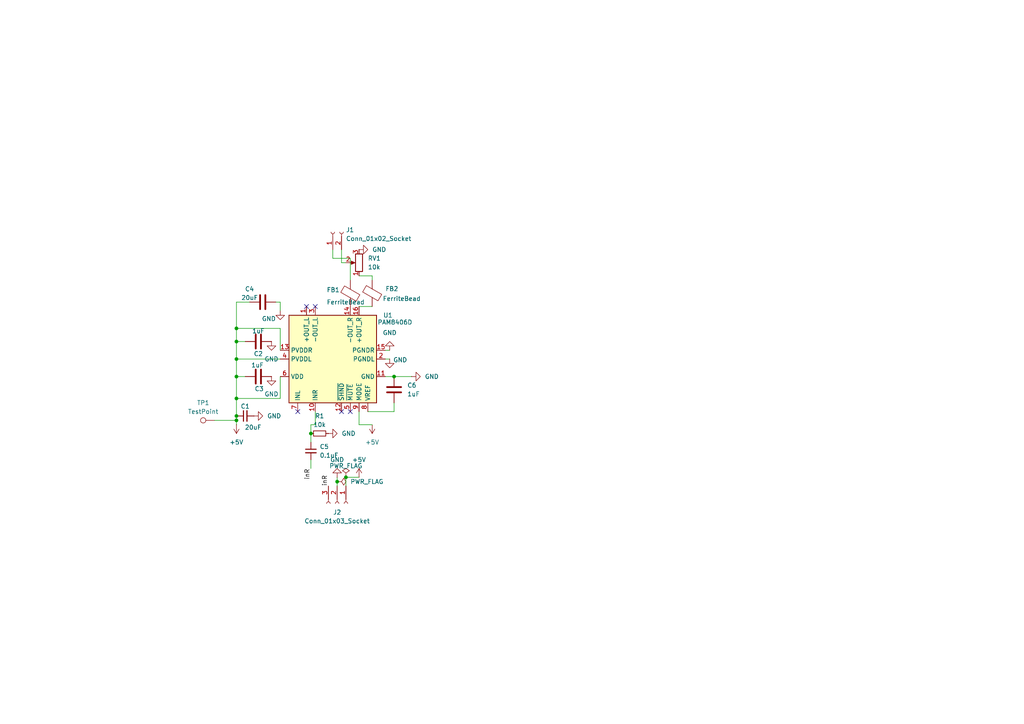
<source format=kicad_sch>
(kicad_sch (version 20231120) (generator "eeschema") (generator_version "8.0")
  (paper "A4")
  (lib_symbols
    (symbol "Amplifier_Audio:PAM8406D"
      (property "Reference" "U" (at -12.7 -15.24 0))
      (property "Value" "PAM8406D" (at -10.16 -17.78 0))
      (symbol "PAM8406D_0_1"
        (rectangle (start -12.7 12.7) (end 12.7 -12.7) (stroke (width 0.254)) (fill (type background)))
      )
      (symbol "PAM8406D_1_1"
        (pin output line (at 15.24 7.62 180) (length 2.54) (name "+OUT_L") (number "1"))
        (pin input line (at -15.24 5.08 0) (length 2.54) (name "INR") (number "10"))
        (pin power_in line (at -5.08 -15.24 90) (length 2.54) (name "GND") (number "11"))
        (pin input line (at -15.24 -2.54 0) (length 2.54) (name "~{SHND}") (number "12"))
        (pin power_in line (at 2.54 15.24 270) (length 2.54) (name "PVDDR") (number "13"))
        (pin output line (at 15.24 -5.08 180) (length 2.54) (name "-OUT_R") (number "14"))
        (pin power_in line (at 2.54 -15.24 90) (length 2.54) (name "PGNDR") (number "15"))
        (pin output line (at 15.24 -7.62 180) (length 2.54) (name "+OUT_R") (number "16"))
        (pin power_in line (at 0 -15.24 90) (length 2.54) (name "PGNDL") (number "2"))
        (pin output line (at 15.24 5.08 180) (length 2.54) (name "-OUT_L") (number "3"))
        (pin power_in line (at 0 15.24 270) (length 2.54) (name "PVDDL") (number "4"))
        (pin input line (at -15.24 -5.08 0) (length 2.54) (name "~{MUTE}") (number "5"))
        (pin power_in line (at -5.08 15.24 270) (length 2.54) (name "VDD") (number "6"))
        (pin input line (at -15.24 10.16 0) (length 2.54) (name "INL") (number "7"))
        (pin passive line (at -15.24 -10.16 0) (length 2.54) (name "VREF") (number "8"))
        (pin input line (at -15.24 -7.62 0) (length 2.54) (name "MODE") (number "9"))
      )
    )
    (symbol "Connector:Conn_01x02_Socket" (pin_names (offset 1.016) hide)
      (property "Reference" "J" (at 0 2.54 0))
      (property "Value" "Conn_01x02_Socket" (at 0 -5.08 0))
      (symbol "Conn_01x02_Socket_1_1"
        (arc (start 0 -2.032) (mid -0.5058 -2.54) (end 0 -3.048) (stroke (width 0.1524)))
        (polyline (pts (xy -1.27 -2.54) (xy -0.508 -2.54)) (stroke (width 0.1524)))
        (polyline (pts (xy -1.27 0) (xy -0.508 0)) (stroke (width 0.1524)))
        (arc (start 0 0.508) (mid -0.5058 0) (end 0 -0.508) (stroke (width 0.1524)))
        (pin passive line (at -5.08 0 0) (length 3.81) (name "Pin_1") (number "1"))
        (pin passive line (at -5.08 -2.54 0) (length 3.81) (name "Pin_2") (number "2"))
      )
    )
    (symbol "Connector:Conn_01x03_Socket" (pin_names (offset 1.016) hide)
      (property "Reference" "J" (at 0 5.08 0))
      (property "Value" "Conn_01x03_Socket" (at 0 -5.08 0))
      (symbol "Conn_01x03_Socket_1_1"
        (arc (start 0 -2.032) (mid -0.5058 -2.54) (end 0 -3.048) (stroke (width 0.1524)))
        (polyline (pts (xy -1.27 -2.54) (xy -0.508 -2.54)) (stroke (width 0.1524)))
        (polyline (pts (xy -1.27 0) (xy -0.508 0)) (stroke (width 0.1524)))
        (polyline (pts (xy -1.27 2.54) (xy -0.508 2.54)) (stroke (width 0.1524)))
        (arc (start 0 0.508) (mid -0.5058 0) (end 0 -0.508) (stroke (width 0.1524)))
        (arc (start 0 3.048) (mid -0.5058 2.54) (end 0 2.032) (stroke (width 0.1524)))
        (pin passive line (at -5.08 2.54 0) (length 3.81) (name "Pin_1") (number "1"))
        (pin passive line (at -5.08 0 0) (length 3.81) (name "Pin_2") (number "2"))
        (pin passive line (at -5.08 -2.54 0) (length 3.81) (name "Pin_3") (number "3"))
      )
    )
    (symbol "Connector:TestPoint" (pin_numbers hide) (pin_names (offset 0.762) hide)
      (property "Reference" "TP" (at 0 6.858 0))
      (property "Value" "TestPoint" (at 0 5.08 0))
      (symbol "TestPoint_0_1"
        (circle (center 0 3.302) (radius 0.762))
      )
      (symbol "TestPoint_1_1"
        (pin passive line (at 0 0 90) (length 2.54) (name "1") (number "1"))
      )
    )
    (symbol "Device:C" (pin_numbers hide) (pin_names (offset 0.254))
      (property "Reference" "C" (at 0.635 2.54 0))
      (property "Value" "C" (at 0.635 -2.54 0))
      (symbol "C_0_1"
        (polyline (pts (xy -2.032 -0.762) (xy 2.032 -0.762)) (stroke (width 0.508)))
        (polyline (pts (xy -2.032 0.762) (xy 2.032 0.762)) (stroke (width 0.508)))
      )
      (symbol "C_1_1"
        (pin passive line (at 0 3.81 270) (length 2.794) (name "~") (number "1"))
        (pin passive line (at 0 -3.81 90) (length 2.794) (name "~") (number "2"))
      )
    )
    (symbol "Device:C_Small" (pin_numbers hide) (pin_names (offset 0.254) hide)
      (property "Reference" "C" (at 0.254 1.778 0))
      (property "Value" "C_Small" (at 0.254 -2.032 0))
      (symbol "C_Small_0_1"
        (polyline (pts (xy -1.524 -0.508) (xy 1.524 -0.508)) (stroke (width 0.3302)))
        (polyline (pts (xy -1.524 0.508) (xy 1.524 0.508)) (stroke (width 0.3048)))
      )
      (symbol "C_Small_1_1"
        (pin passive line (at 0 2.54 270) (length 2.032) (name "~") (number "1"))
        (pin passive line (at 0 -2.54 90) (length 2.032) (name "~") (number "2"))
      )
    )
    (symbol "Device:FerriteBead" (pin_numbers hide) (pin_names (offset 0))
      (property "Reference" "FB" (at -3.81 0.635 90))
      (property "Value" "FerriteBead" (at 3.81 0 90))
      (symbol "FerriteBead_0_1"
        (polyline (pts (xy 0 -1.27) (xy 0 -1.2192)))
        (polyline (pts (xy 0 1.27) (xy 0 1.2954)))
        (polyline (pts (xy -2.7686 0.4064) (xy -1.7018 2.2606) (xy 2.7686 -0.3048) (xy 1.6764 -2.159) (xy -2.7686 0.4064)))
      )
      (symbol "FerriteBead_1_1"
        (pin passive line (at 0 3.81 270) (length 2.54) (name "~") (number "1"))
        (pin passive line (at 0 -3.81 90) (length 2.54) (name "~") (number "2"))
      )
    )
    (symbol "Device:R_Potentiometer" (pin_names (offset 1.016) hide)
      (property "Reference" "RV" (at -4.445 0 90))
      (property "Value" "R_Potentiometer" (at -2.54 0 90))
      (symbol "R_Potentiometer_0_1"
        (polyline (pts (xy 2.54 0) (xy 1.524 0)))
        (polyline (pts (xy 1.143 0) (xy 2.286 0.508) (xy 2.286 -0.508) (xy 1.143 0)) (fill (type outline)))
        (rectangle (start 1.016 2.54) (end -1.016 -2.54) (stroke (width 0.254)))
      )
      (symbol "R_Potentiometer_1_1"
        (pin passive line (at 0 3.81 270) (length 1.27) (name "1") (number "1"))
        (pin passive line (at 3.81 0 180) (length 1.27) (name "2") (number "2"))
        (pin passive line (at 0 -3.81 90) (length 1.27) (name "3") (number "3"))
      )
    )
    (symbol "Device:R_Small" (pin_numbers hide) (pin_names (offset 0.254) hide)
      (property "Reference" "R" (at 0.762 0.508 0))
      (property "Value" "R_Small" (at 0.762 -1.016 0))
      (symbol "R_Small_0_1"
        (rectangle (start -0.762 1.778) (end 0.762 -1.778) (stroke (width 0.2032)))
      )
      (symbol "R_Small_1_1"
        (pin passive line (at 0 2.54 270) (length 0.762) (name "~") (number "1"))
        (pin passive line (at 0 -2.54 90) (length 0.762) (name "~") (number "2"))
      )
    )
    (symbol "power:+5V" (power) (pin_numbers hide) (pin_names (offset 0) hide)
      (property "Value" "+5V" (at 0 3.556 0))
      (symbol "+5V_0_1"
        (polyline (pts (xy -0.762 1.27) (xy 0 2.54)))
        (polyline (pts (xy 0 0) (xy 0 2.54)))
        (polyline (pts (xy 0 2.54) (xy 0.762 1.27)))
      )
      (symbol "+5V_1_1"
        (pin power_in line (at 0 0 90) (length 0) (name "~") (number "1"))
      )
    )
    (symbol "power:GND" (power) (pin_numbers hide) (pin_names (offset 0) hide)
      (property "Value" "GND" (at 0 -3.81 0))
      (symbol "GND_0_1"
        (polyline (pts (xy 0 0) (xy 0 -1.27) (xy 1.27 -1.27) (xy 0 -2.54) (xy -1.27 -1.27) (xy 0 -1.27)))
      )
      (symbol "GND_1_1"
        (pin power_in line (at 0 0 270) (length 0) (name "~") (number "1"))
      )
    )
    (symbol "power:PWR_FLAG" (power) (pin_numbers hide) (pin_names (offset 0) hide)
      (property "Value" "PWR_FLAG" (at 0 3.81 0))
      (symbol "PWR_FLAG_0_0"
        (pin power_out line (at 0 0 90) (length 0) (name "~") (number "1"))
      )
      (symbol "PWR_FLAG_0_1"
        (polyline (pts (xy 0 0) (xy 0 1.27) (xy -1.016 1.905) (xy 0 2.54) (xy 1.016 1.905) (xy 0 1.27)))
      )
    )
  )
  (junction (at 97.79 139.7))
  (junction (at 68.58 95.25))
  (junction (at 68.58 104.14))
  (junction (at 90.17 125.73))
  (junction (at 100.33 138.43))
  (junction (at 68.58 109.22))
  (junction (at 114.3 109.22))
  (junction (at 68.58 99.06))
  (junction (at 68.58 121.92))
  (junction (at 68.58 115.57))
  (junction (at 68.58 120.65))
  (no_connect (at 91.44 88.9))
  (no_connect (at 99.06 119.38))
  (no_connect (at 101.6 119.38))
  (no_connect (at 86.36 119.38))
  (no_connect (at 88.9 88.9))
  (wire (pts (xy 101.6 74.93) (xy 101.6 81.28)))
  (wire (pts (xy 68.58 104.14) (xy 68.58 109.22)))
  (wire (pts (xy 90.17 133.35) (xy 90.17 135.89)))
  (wire (pts (xy 68.58 95.25) (xy 81.28 95.25)))
  (wire (pts (xy 111.76 109.22) (xy 114.3 109.22)))
  (wire (pts (xy 68.58 109.22) (xy 68.58 115.57)))
  (wire (pts (xy 68.58 109.22) (xy 71.12 109.22)))
  (wire (pts (xy 68.58 120.65) (xy 68.58 121.92)))
  (wire (pts (xy 80.01 87.63) (xy 81.28 87.63)))
  (wire (pts (xy 101.6 74.93) (xy 96.52 74.93)))
  (wire (pts (xy 68.58 87.63) (xy 72.39 87.63)))
  (wire (pts (xy 114.3 116.84) (xy 114.3 119.38)))
  (wire (pts (xy 106.68 119.38) (xy 114.3 119.38)))
  (wire (pts (xy 104.14 88.9) (xy 107.95 88.9)))
  (wire (pts (xy 107.95 80.01) (xy 104.14 80.01)))
  (wire (pts (xy 81.28 101.6) (xy 81.28 95.25)))
  (wire (pts (xy 68.58 104.14) (xy 81.28 104.14)))
  (wire (pts (xy 68.58 99.06) (xy 68.58 104.14)))
  (wire (pts (xy 62.23 121.92) (xy 68.58 121.92)))
  (wire (pts (xy 90.17 123.19) (xy 91.44 123.19)))
  (wire (pts (xy 81.28 109.22) (xy 81.28 115.57)))
  (wire (pts (xy 68.58 115.57) (xy 81.28 115.57)))
  (wire (pts (xy 100.33 138.43) (xy 100.33 140.97)))
  (wire (pts (xy 100.33 76.2) (xy 99.06 76.2)))
  (wire (pts (xy 68.58 95.25) (xy 68.58 99.06)))
  (wire (pts (xy 113.03 104.14) (xy 111.76 104.14)))
  (wire (pts (xy 104.14 138.43) (xy 100.33 138.43)))
  (wire (pts (xy 68.58 121.92) (xy 68.58 123.19)))
  (wire (pts (xy 68.58 99.06) (xy 71.12 99.06)))
  (wire (pts (xy 114.3 109.22) (xy 119.38 109.22)))
  (wire (pts (xy 91.44 119.38) (xy 91.44 123.19)))
  (wire (pts (xy 97.79 139.7) (xy 97.79 140.97)))
  (wire (pts (xy 104.14 123.19) (xy 107.95 123.19)))
  (wire (pts (xy 68.58 95.25) (xy 68.58 87.63)))
  (wire (pts (xy 97.79 138.43) (xy 97.79 139.7)))
  (wire (pts (xy 90.17 123.19) (xy 90.17 125.73)))
  (wire (pts (xy 99.06 72.39) (xy 99.06 76.2)))
  (wire (pts (xy 81.28 90.17) (xy 81.28 87.63)))
  (wire (pts (xy 90.17 128.27) (xy 90.17 125.73)))
  (wire (pts (xy 68.58 115.57) (xy 68.58 120.65)))
  (wire (pts (xy 107.95 81.28) (xy 107.95 80.01)))
  (wire (pts (xy 113.03 101.6) (xy 111.76 101.6)))
  (wire (pts (xy 96.52 74.93) (xy 96.52 72.39)))
  (wire (pts (xy 104.14 119.38) (xy 104.14 123.19)))
  (label "inR" (at 90.17 135.89 270))
  (label "inR" (at 95.25 140.97 90))
  (symbol (lib_id "Device:C") (at 76.2 87.63 90) (unit 1)
    (property "Reference" "C4" (at 72.39 83.82 90))
    (property "Value" "20uF" (at 72.39 86.36 90))
    (property "Footprint" "Capacitor_SMD:C_1812_4532Metric" (effects (hide yes)))
    (property "Description" "Unpolarized capacitor" (effects (hide yes)))
  )
  (symbol (lib_id "power:GND") (at 73.66 120.65 90) (unit 1)
    (property "Reference" "#PWR02" (effects (hide yes)))
    (property "Value" "GND" (at 77.47 120.6499 90) (effects (justify right)))
    (property "Description" "Power symbol creates a global label with name \"GND\" , ground" (effects (hide yes)))
  )
  (symbol (lib_id "power:GND") (at 119.38 109.22 90) (unit 1)
    (property "Reference" "#PWR011" (effects (hide yes)))
    (property "Value" "GND" (at 123.19 109.2199 90) (effects (justify right)))
    (property "Description" "Power symbol creates a global label with name \"GND\" , ground" (effects (hide yes)))
  )
  (symbol (lib_id "power:GND") (at 104.14 72.39 90) (unit 1)
    (property "Reference" "#PWR07" (effects (hide yes)))
    (property "Value" "GND" (at 107.95 72.3899 90) (effects (justify right)))
    (property "Description" "Power symbol creates a global label with name \"GND\" , ground" (effects (hide yes)))
  )
  (symbol (lib_id "Device:C") (at 114.3 113.03 0) (unit 1)
    (property "Reference" "C6" (at 118.11 111.7599 0) (effects (justify left)))
    (property "Value" "1uF" (at 118.11 114.2999 0) (effects (justify left)))
    (property "Footprint" "Capacitor_SMD:C_0402_1005Metric" (effects (hide yes)))
    (property "Description" "Unpolarized capacitor" (effects (hide yes)))
  )
  (symbol (lib_id "power:PWR_FLAG") (at 100.33 138.43 0) (unit 1)
    (property "Reference" "#FLG01" (effects (hide yes)))
    (property "Value" "PWR_FLAG" (at 100.33 135.128 0))
    (property "Description" "Special symbol for telling ERC where power comes from" (effects (hide yes)))
  )
  (symbol (lib_id "power:GND") (at 113.03 104.14 0) (unit 1)
    (property "Reference" "#PWR010" (effects (hide yes)))
    (property "Value" "GND" (at 116.078 104.394 0))
    (property "Description" "Power symbol creates a global label with name \"GND\" , ground" (effects (hide yes)))
  )
  (symbol (lib_id "power:GND") (at 78.74 109.22 0) (unit 1)
    (property "Reference" "#PWR04" (effects (hide yes)))
    (property "Value" "GND" (at 78.74 114.3 0))
    (property "Description" "Power symbol creates a global label with name \"GND\" , ground" (effects (hide yes)))
  )
  (symbol (lib_id "Device:R_Potentiometer") (at 104.14 76.2 180) (unit 1)
    (property "Reference" "RV1" (at 106.68 74.9299 0) (effects (justify right)))
    (property "Value" "10k" (at 106.68 77.4699 0) (effects (justify right)))
    (property "Footprint" "3310P_025_103L:POT_3310P-025-103L" (effects (hide yes)))
    (property "Description" "Potentiometer" (effects (hide yes)))
  )
  (symbol (lib_id "Connector:TestPoint") (at 62.23 121.92 90) (unit 1)
    (property "Reference" "TP1" (at 58.928 116.84 90))
    (property "Value" "TestPoint" (at 58.928 119.38 90))
    (property "Footprint" "TestPoint:TestPoint_Pad_D1.5mm" (effects (hide yes)))
    (property "Description" "test point" (effects (hide yes)))
  )
  (symbol (lib_id "power:GND") (at 113.03 101.6 180) (unit 1)
    (property "Reference" "#PWR09" (effects (hide yes)))
    (property "Value" "GND" (at 113.03 96.52 0))
    (property "Description" "Power symbol creates a global label with name \"GND\" , ground" (effects (hide yes)))
  )
  (symbol (lib_id "Connector:Conn_01x02_Socket") (at 96.52 67.31 90) (unit 1)
    (property "Reference" "J1" (at 100.33 66.6749 90) (effects (justify right)))
    (property "Value" "Conn_01x02_Socket" (at 100.33 69.2149 90) (effects (justify right)))
    (property "Footprint" "easyeda2kicad:CONN-TH_B2B-XH-A-LF-SN" (effects (hide yes)))
    (property "Description" "Generic connector, single row, 01x02, script generated" (effects (hide yes)))
  )
  (symbol (lib_id "Device:C") (at 74.93 109.22 270) (unit 1)
    (property "Reference" "C3" (at 75.184 112.776 90))
    (property "Value" "1uF" (at 74.676 105.918 90))
    (property "Footprint" "Capacitor_SMD:C_0402_1005Metric" (effects (hide yes)))
    (property "Description" "Unpolarized capacitor" (effects (hide yes)))
  )
  (symbol (lib_id "Device:C") (at 74.93 99.06 270) (unit 1)
    (property "Reference" "C2" (at 74.93 102.616 90))
    (property "Value" "1uF" (at 74.93 96.012 90))
    (property "Footprint" "Capacitor_SMD:C_0402_1005Metric" (effects (hide yes)))
    (property "Description" "Unpolarized capacitor" (effects (hide yes)))
  )
  (symbol (lib_id "Amplifier_Audio:PAM8406D") (at 96.52 104.14 90) (unit 1)
    (property "Reference" "U1" (at 112.522 91.44 90))
    (property "Value" "PAM8406D" (at 114.554 93.472 90))
    (property "Footprint" "Package_SO:SOP-16_3.9x9.9mm_P1.27mm" (effects (hide yes)))
    (property "Datasheet" "https://www.diodes.com/assets/Datasheets/PAM8406.pdf" (effects (hide yes)))
    (property "Description" "Filterless Class-D / Class-AB Stereo Audio Amplifier, 5.0W, SOIC-16" (effects (hide yes)))
  )
  (symbol (lib_id "power:GND") (at 97.79 138.43 180) (unit 1)
    (property "Reference" "#PWR012" (effects (hide yes)))
    (property "Value" "GND" (at 97.79 133.35 0))
    (property "Description" "Power symbol creates a global label with name \"GND\" , ground" (effects (hide yes)))
  )
  (symbol (lib_id "power:+5V") (at 104.14 138.43 0) (unit 1)
    (property "Reference" "#PWR013" (effects (hide yes)))
    (property "Value" "+5V" (at 104.14 133.35 0))
    (property "Description" "Power symbol creates a global label with name \"+5V\"" (effects (hide yes)))
  )
  (symbol (lib_id "power:+5V") (at 107.95 123.19 180) (unit 1)
    (property "Reference" "#PWR08" (effects (hide yes)))
    (property "Value" "+5V" (at 107.95 128.27 0))
    (property "Description" "Power symbol creates a global label with name \"+5V\"" (effects (hide yes)))
  )
  (symbol (lib_id "Device:C_Small") (at 90.17 130.81 0) (unit 1)
    (property "Reference" "C5" (at 92.71 129.5462 0) (effects (justify left)))
    (property "Value" "0.1uF" (at 92.71 132.0862 0) (effects (justify left)))
    (property "Footprint" "Capacitor_SMD:C_0402_1005Metric" (effects (hide yes)))
    (property "Description" "Unpolarized capacitor, small symbol" (effects (hide yes)))
  )
  (symbol (lib_id "Device:FerriteBead") (at 107.95 85.09 0) (unit 1)
    (property "Reference" "FB2" (at 111.76 83.7691 0) (effects (justify left)))
    (property "Value" "FerriteBead" (at 110.998 86.614 0) (effects (justify left)))
    (property "Footprint" "Inductor_SMD:L_0603_1608Metric" (effects (hide yes)))
    (property "Description" "Ferrite bead" (effects (hide yes)))
  )
  (symbol (lib_id "power:+5V") (at 68.58 123.19 180) (unit 1)
    (property "Reference" "#PWR01" (effects (hide yes)))
    (property "Value" "+5V" (at 68.58 128.27 0))
    (property "Description" "Power symbol creates a global label with name \"+5V\"" (effects (hide yes)))
  )
  (symbol (lib_id "Connector:Conn_01x03_Socket") (at 97.79 146.05 270) (unit 1)
    (property "Reference" "J2" (at 97.79 148.59 90))
    (property "Value" "Conn_01x03_Socket" (at 97.79 151.13 90))
    (property "Footprint" "easyeda2kicad:CONN-TH_3P-P2.50_B3B-XH-AM-LF-SN" (effects (hide yes)))
    (property "Description" "Generic connector, single row, 01x03, script generated" (effects (hide yes)))
  )
  (symbol (lib_id "power:PWR_FLAG") (at 97.79 139.7 270) (unit 1)
    (property "Reference" "#FLG02" (effects (hide yes)))
    (property "Value" "PWR_FLAG" (at 101.6 139.6999 90) (effects (justify left)))
    (property "Description" "Special symbol for telling ERC where power comes from" (effects (hide yes)))
  )
  (symbol (lib_id "power:GND") (at 78.74 99.06 0) (unit 1)
    (property "Reference" "#PWR03" (effects (hide yes)))
    (property "Value" "GND" (at 78.74 104.14 0))
    (property "Description" "Power symbol creates a global label with name \"GND\" , ground" (effects (hide yes)))
  )
  (symbol (lib_id "power:GND") (at 81.28 90.17 0) (unit 1)
    (property "Reference" "#PWR05" (effects (hide yes)))
    (property "Value" "GND" (at 77.978 92.456 0))
    (property "Description" "Power symbol creates a global label with name \"GND\" , ground" (effects (hide yes)))
  )
  (symbol (lib_id "power:GND") (at 95.25 125.73 90) (unit 1)
    (property "Reference" "#PWR06" (effects (hide yes)))
    (property "Value" "GND" (at 99.06 125.7299 90) (effects (justify right)))
    (property "Description" "Power symbol creates a global label with name \"GND\" , ground" (effects (hide yes)))
  )
  (symbol (lib_id "Device:C_Small") (at 71.12 120.65 90) (unit 1)
    (property "Reference" "C1" (at 71.12 117.856 90))
    (property "Value" "20uF" (at 73.406 123.952 90))
    (property "Footprint" "Capacitor_SMD:C_1812_4532Metric" (effects (hide yes)))
    (property "Description" "Unpolarized capacitor, small symbol" (effects (hide yes)))
  )
  (symbol (lib_id "Device:R_Small") (at 92.71 125.73 270) (unit 1)
    (property "Reference" "R1" (at 92.71 120.65 90))
    (property "Value" "10k" (at 92.71 123.19 90))
    (property "Footprint" "Resistor_SMD:R_0402_1005Metric" (effects (hide yes)))
    (property "Description" "Resistor, small symbol" (effects (hide yes)))
  )
  (symbol (lib_id "Device:FerriteBead") (at 101.6 85.09 180) (unit 1)
    (property "Reference" "FB1" (at 94.742 84.074 0) (effects (justify right)))
    (property "Value" "FerriteBead" (at 94.742 87.63 0) (effects (justify right)))
    (property "Footprint" "Inductor_SMD:L_0603_1608Metric" (effects (hide yes)))
    (property "Description" "Ferrite bead" (effects (hide yes)))
  )
)
</source>
